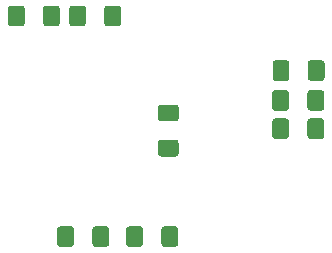
<source format=gbp>
G04 #@! TF.GenerationSoftware,KiCad,Pcbnew,(5.1.6)-1*
G04 #@! TF.CreationDate,2020-11-26T12:48:09+01:00*
G04 #@! TF.ProjectId,IsolationBarrier,49736f6c-6174-4696-9f6e-426172726965,rev?*
G04 #@! TF.SameCoordinates,Original*
G04 #@! TF.FileFunction,Paste,Bot*
G04 #@! TF.FilePolarity,Positive*
%FSLAX46Y46*%
G04 Gerber Fmt 4.6, Leading zero omitted, Abs format (unit mm)*
G04 Created by KiCad (PCBNEW (5.1.6)-1) date 2020-11-26 12:48:09*
%MOMM*%
%LPD*%
G01*
G04 APERTURE LIST*
G04 APERTURE END LIST*
G36*
G01*
X64555000Y-97912800D02*
X63305000Y-97912800D01*
G75*
G02*
X63055000Y-97662800I0J250000D01*
G01*
X63055000Y-96737800D01*
G75*
G02*
X63305000Y-96487800I250000J0D01*
G01*
X64555000Y-96487800D01*
G75*
G02*
X64805000Y-96737800I0J-250000D01*
G01*
X64805000Y-97662800D01*
G75*
G02*
X64555000Y-97912800I-250000J0D01*
G01*
G37*
G36*
G01*
X64555000Y-100887800D02*
X63305000Y-100887800D01*
G75*
G02*
X63055000Y-100637800I0J250000D01*
G01*
X63055000Y-99712800D01*
G75*
G02*
X63305000Y-99462800I250000J0D01*
G01*
X64555000Y-99462800D01*
G75*
G02*
X64805000Y-99712800I0J-250000D01*
G01*
X64805000Y-100637800D01*
G75*
G02*
X64555000Y-100887800I-250000J0D01*
G01*
G37*
G36*
G01*
X61794500Y-107043300D02*
X61794500Y-108293300D01*
G75*
G02*
X61544500Y-108543300I-250000J0D01*
G01*
X60619500Y-108543300D01*
G75*
G02*
X60369500Y-108293300I0J250000D01*
G01*
X60369500Y-107043300D01*
G75*
G02*
X60619500Y-106793300I250000J0D01*
G01*
X61544500Y-106793300D01*
G75*
G02*
X61794500Y-107043300I0J-250000D01*
G01*
G37*
G36*
G01*
X64769500Y-107043300D02*
X64769500Y-108293300D01*
G75*
G02*
X64519500Y-108543300I-250000J0D01*
G01*
X63594500Y-108543300D01*
G75*
G02*
X63344500Y-108293300I0J250000D01*
G01*
X63344500Y-107043300D01*
G75*
G02*
X63594500Y-106793300I250000J0D01*
G01*
X64519500Y-106793300D01*
G75*
G02*
X64769500Y-107043300I0J-250000D01*
G01*
G37*
G36*
G01*
X55952500Y-107043300D02*
X55952500Y-108293300D01*
G75*
G02*
X55702500Y-108543300I-250000J0D01*
G01*
X54777500Y-108543300D01*
G75*
G02*
X54527500Y-108293300I0J250000D01*
G01*
X54527500Y-107043300D01*
G75*
G02*
X54777500Y-106793300I250000J0D01*
G01*
X55702500Y-106793300D01*
G75*
G02*
X55952500Y-107043300I0J-250000D01*
G01*
G37*
G36*
G01*
X58927500Y-107043300D02*
X58927500Y-108293300D01*
G75*
G02*
X58677500Y-108543300I-250000J0D01*
G01*
X57752500Y-108543300D01*
G75*
G02*
X57502500Y-108293300I0J250000D01*
G01*
X57502500Y-107043300D01*
G75*
G02*
X57752500Y-106793300I250000J0D01*
G01*
X58677500Y-106793300D01*
G75*
G02*
X58927500Y-107043300I0J-250000D01*
G01*
G37*
G36*
G01*
X56964300Y-88354700D02*
X56964300Y-89604700D01*
G75*
G02*
X56714300Y-89854700I-250000J0D01*
G01*
X55789300Y-89854700D01*
G75*
G02*
X55539300Y-89604700I0J250000D01*
G01*
X55539300Y-88354700D01*
G75*
G02*
X55789300Y-88104700I250000J0D01*
G01*
X56714300Y-88104700D01*
G75*
G02*
X56964300Y-88354700I0J-250000D01*
G01*
G37*
G36*
G01*
X59939300Y-88354700D02*
X59939300Y-89604700D01*
G75*
G02*
X59689300Y-89854700I-250000J0D01*
G01*
X58764300Y-89854700D01*
G75*
G02*
X58514300Y-89604700I0J250000D01*
G01*
X58514300Y-88354700D01*
G75*
G02*
X58764300Y-88104700I250000J0D01*
G01*
X59689300Y-88104700D01*
G75*
G02*
X59939300Y-88354700I0J-250000D01*
G01*
G37*
G36*
G01*
X51782700Y-88354700D02*
X51782700Y-89604700D01*
G75*
G02*
X51532700Y-89854700I-250000J0D01*
G01*
X50607700Y-89854700D01*
G75*
G02*
X50357700Y-89604700I0J250000D01*
G01*
X50357700Y-88354700D01*
G75*
G02*
X50607700Y-88104700I250000J0D01*
G01*
X51532700Y-88104700D01*
G75*
G02*
X51782700Y-88354700I0J-250000D01*
G01*
G37*
G36*
G01*
X54757700Y-88354700D02*
X54757700Y-89604700D01*
G75*
G02*
X54507700Y-89854700I-250000J0D01*
G01*
X53582700Y-89854700D01*
G75*
G02*
X53332700Y-89604700I0J250000D01*
G01*
X53332700Y-88354700D01*
G75*
G02*
X53582700Y-88104700I250000J0D01*
G01*
X54507700Y-88104700D01*
G75*
G02*
X54757700Y-88354700I0J-250000D01*
G01*
G37*
G36*
G01*
X75744200Y-94241100D02*
X75744200Y-92991100D01*
G75*
G02*
X75994200Y-92741100I250000J0D01*
G01*
X76919200Y-92741100D01*
G75*
G02*
X77169200Y-92991100I0J-250000D01*
G01*
X77169200Y-94241100D01*
G75*
G02*
X76919200Y-94491100I-250000J0D01*
G01*
X75994200Y-94491100D01*
G75*
G02*
X75744200Y-94241100I0J250000D01*
G01*
G37*
G36*
G01*
X72769200Y-94241100D02*
X72769200Y-92991100D01*
G75*
G02*
X73019200Y-92741100I250000J0D01*
G01*
X73944200Y-92741100D01*
G75*
G02*
X74194200Y-92991100I0J-250000D01*
G01*
X74194200Y-94241100D01*
G75*
G02*
X73944200Y-94491100I-250000J0D01*
G01*
X73019200Y-94491100D01*
G75*
G02*
X72769200Y-94241100I0J250000D01*
G01*
G37*
G36*
G01*
X75710100Y-99155100D02*
X75710100Y-97905100D01*
G75*
G02*
X75960100Y-97655100I250000J0D01*
G01*
X76885100Y-97655100D01*
G75*
G02*
X77135100Y-97905100I0J-250000D01*
G01*
X77135100Y-99155100D01*
G75*
G02*
X76885100Y-99405100I-250000J0D01*
G01*
X75960100Y-99405100D01*
G75*
G02*
X75710100Y-99155100I0J250000D01*
G01*
G37*
G36*
G01*
X72735100Y-99155100D02*
X72735100Y-97905100D01*
G75*
G02*
X72985100Y-97655100I250000J0D01*
G01*
X73910100Y-97655100D01*
G75*
G02*
X74160100Y-97905100I0J-250000D01*
G01*
X74160100Y-99155100D01*
G75*
G02*
X73910100Y-99405100I-250000J0D01*
G01*
X72985100Y-99405100D01*
G75*
G02*
X72735100Y-99155100I0J250000D01*
G01*
G37*
G36*
G01*
X75710100Y-96767500D02*
X75710100Y-95517500D01*
G75*
G02*
X75960100Y-95267500I250000J0D01*
G01*
X76885100Y-95267500D01*
G75*
G02*
X77135100Y-95517500I0J-250000D01*
G01*
X77135100Y-96767500D01*
G75*
G02*
X76885100Y-97017500I-250000J0D01*
G01*
X75960100Y-97017500D01*
G75*
G02*
X75710100Y-96767500I0J250000D01*
G01*
G37*
G36*
G01*
X72735100Y-96767500D02*
X72735100Y-95517500D01*
G75*
G02*
X72985100Y-95267500I250000J0D01*
G01*
X73910100Y-95267500D01*
G75*
G02*
X74160100Y-95517500I0J-250000D01*
G01*
X74160100Y-96767500D01*
G75*
G02*
X73910100Y-97017500I-250000J0D01*
G01*
X72985100Y-97017500D01*
G75*
G02*
X72735100Y-96767500I0J250000D01*
G01*
G37*
M02*

</source>
